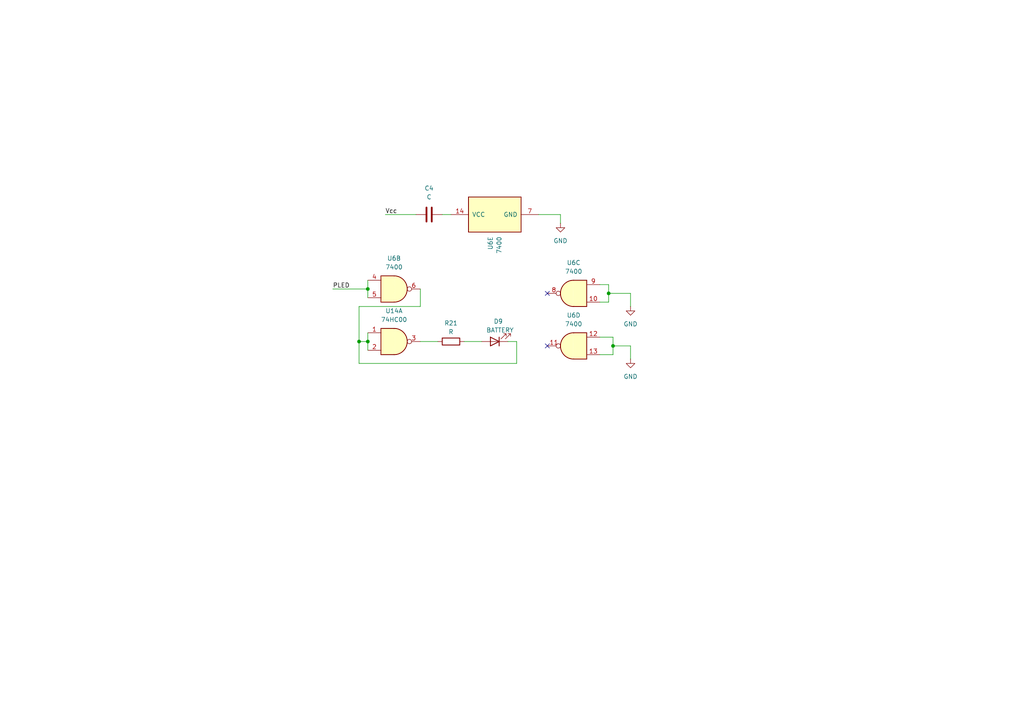
<source format=kicad_sch>
(kicad_sch (version 20250114) (generator "eeschema") (generator_version "9.0")
  (paper "A4")
  (lib_symbols
    (symbol "74xx:7400" (pin_names (offset 1.016))
      (property "Reference" "U" (at 0 1.27 0))
      (property "Value" "7400" (at 0 -1.27 0))
      (symbol "7400_1_1"
        (arc (start 0 3.81) (mid 3.7934 0) (end 0 -3.81) (stroke (width 0.254)) (fill (type background)))
        (polyline (pts (xy 0 3.81) (xy -3.81 3.81) (xy -3.81 -3.81) (xy 0 -3.81)) (stroke (width 0.254)) (fill (type background)))
        (pin input line (at -7.62 2.54 0) (length 3.81) (name "~") (number "1"))
        (pin input line (at -7.62 -2.54 0) (length 3.81) (name "~") (number "2"))
        (pin output inverted (at 7.62 0 180) (length 3.81) (name "~") (number "3"))
      )
      (symbol "7400_1_2"
        (arc (start -3.81 3.81) (mid -2.589 0) (end -3.81 -3.81) (stroke (width 0.254)))
        (polyline (pts (xy -3.81 3.81) (xy -0.635 3.81)) (stroke (width 0.254)) (fill (type background)))
        (polyline (pts (xy -3.81 -3.81) (xy -0.635 -3.81)) (stroke (width 0.254)) (fill (type background)))
        (arc (start 3.81 0) (mid 2.1855 -2.584) (end -0.6096 -3.81) (stroke (width 0.254)) (fill (type background)))
        (arc (start -0.6096 3.81) (mid 2.1928 2.5924) (end 3.81 0) (stroke (width 0.254)) (fill (type background)))
        (polyline (pts (xy -0.635 3.81) (xy -3.81 3.81) (xy -3.81 3.81) (xy -3.556 3.4036) (xy -3.0226 2.2606) (xy -2.6924 1.0414) (xy -2.6162 -0.254) (xy -2.7686 -1.4986) (xy -3.175 -2.7178) (xy -3.81 -3.81) (xy -3.81 -3.81) (xy -0.635 -3.81)) (stroke (width -25.4)) (fill (type background)))
        (pin input inverted (at -7.62 2.54 0) (length 4.318) (name "~") (number "1"))
        (pin input inverted (at -7.62 -2.54 0) (length 4.318) (name "~") (number "2"))
        (pin output line (at 7.62 0 180) (length 3.81) (name "~") (number "3"))
      )
      (symbol "7400_2_1"
        (arc (start 0 3.81) (mid 3.7934 0) (end 0 -3.81) (stroke (width 0.254)) (fill (type background)))
        (polyline (pts (xy 0 3.81) (xy -3.81 3.81) (xy -3.81 -3.81) (xy 0 -3.81)) (stroke (width 0.254)) (fill (type background)))
        (pin input line (at -7.62 2.54 0) (length 3.81) (name "~") (number "4"))
        (pin input line (at -7.62 -2.54 0) (length 3.81) (name "~") (number "5"))
        (pin output inverted (at 7.62 0 180) (length 3.81) (name "~") (number "6"))
      )
      (symbol "7400_2_2"
        (arc (start -3.81 3.81) (mid -2.589 0) (end -3.81 -3.81) (stroke (width 0.254)))
        (polyline (pts (xy -3.81 3.81) (xy -0.635 3.81)) (stroke (width 0.254)) (fill (type background)))
        (polyline (pts (xy -3.81 -3.81) (xy -0.635 -3.81)) (stroke (width 0.254)) (fill (type background)))
        (arc (start 3.81 0) (mid 2.1855 -2.584) (end -0.6096 -3.81) (stroke (width 0.254)) (fill (type background)))
        (arc (start -0.6096 3.81) (mid 2.1928 2.5924) (end 3.81 0) (stroke (width 0.254)) (fill (type background)))
        (polyline (pts (xy -0.635 3.81) (xy -3.81 3.81) (xy -3.81 3.81) (xy -3.556 3.4036) (xy -3.0226 2.2606) (xy -2.6924 1.0414) (xy -2.6162 -0.254) (xy -2.7686 -1.4986) (xy -3.175 -2.7178) (xy -3.81 -3.81) (xy -3.81 -3.81) (xy -0.635 -3.81)) (stroke (width -25.4)) (fill (type background)))
        (pin input inverted (at -7.62 2.54 0) (length 4.318) (name "~") (number "4"))
        (pin input inverted (at -7.62 -2.54 0) (length 4.318) (name "~") (number "5"))
        (pin output line (at 7.62 0 180) (length 3.81) (name "~") (number "6"))
      )
      (symbol "7400_3_1"
        (arc (start 0 3.81) (mid 3.7934 0) (end 0 -3.81) (stroke (width 0.254)) (fill (type background)))
        (polyline (pts (xy 0 3.81) (xy -3.81 3.81) (xy -3.81 -3.81) (xy 0 -3.81)) (stroke (width 0.254)) (fill (type background)))
        (pin input line (at -7.62 2.54 0) (length 3.81) (name "~") (number "9"))
        (pin input line (at -7.62 -2.54 0) (length 3.81) (name "~") (number "10"))
        (pin output inverted (at 7.62 0 180) (length 3.81) (name "~") (number "8"))
      )
      (symbol "7400_3_2"
        (arc (start -3.81 3.81) (mid -2.589 0) (end -3.81 -3.81) (stroke (width 0.254)))
        (polyline (pts (xy -3.81 3.81) (xy -0.635 3.81)) (stroke (width 0.254)) (fill (type background)))
        (polyline (pts (xy -3.81 -3.81) (xy -0.635 -3.81)) (stroke (width 0.254)) (fill (type background)))
        (arc (start 3.81 0) (mid 2.1855 -2.584) (end -0.6096 -3.81) (stroke (width 0.254)) (fill (type background)))
        (arc (start -0.6096 3.81) (mid 2.1928 2.5924) (end 3.81 0) (stroke (width 0.254)) (fill (type background)))
        (polyline (pts (xy -0.635 3.81) (xy -3.81 3.81) (xy -3.81 3.81) (xy -3.556 3.4036) (xy -3.0226 2.2606) (xy -2.6924 1.0414) (xy -2.6162 -0.254) (xy -2.7686 -1.4986) (xy -3.175 -2.7178) (xy -3.81 -3.81) (xy -3.81 -3.81) (xy -0.635 -3.81)) (stroke (width -25.4)) (fill (type background)))
        (pin input inverted (at -7.62 2.54 0) (length 4.318) (name "~") (number "9"))
        (pin input inverted (at -7.62 -2.54 0) (length 4.318) (name "~") (number "10"))
        (pin output line (at 7.62 0 180) (length 3.81) (name "~") (number "8"))
      )
      (symbol "7400_4_1"
        (arc (start 0 3.81) (mid 3.7934 0) (end 0 -3.81) (stroke (width 0.254)) (fill (type background)))
        (polyline (pts (xy 0 3.81) (xy -3.81 3.81) (xy -3.81 -3.81) (xy 0 -3.81)) (stroke (width 0.254)) (fill (type background)))
        (pin input line (at -7.62 2.54 0) (length 3.81) (name "~") (number "12"))
        (pin input line (at -7.62 -2.54 0) (length 3.81) (name "~") (number "13"))
        (pin output inverted (at 7.62 0 180) (length 3.81) (name "~") (number "11"))
      )
      (symbol "7400_4_2"
        (arc (start -3.81 3.81) (mid -2.589 0) (end -3.81 -3.81) (stroke (width 0.254)))
        (polyline (pts (xy -3.81 3.81) (xy -0.635 3.81)) (stroke (width 0.254)) (fill (type background)))
        (polyline (pts (xy -3.81 -3.81) (xy -0.635 -3.81)) (stroke (width 0.254)) (fill (type background)))
        (arc (start 3.81 0) (mid 2.1855 -2.584) (end -0.6096 -3.81) (stroke (width 0.254)) (fill (type background)))
        (arc (start -0.6096 3.81) (mid 2.1928 2.5924) (end 3.81 0) (stroke (width 0.254)) (fill (type background)))
        (polyline (pts (xy -0.635 3.81) (xy -3.81 3.81) (xy -3.81 3.81) (xy -3.556 3.4036) (xy -3.0226 2.2606) (xy -2.6924 1.0414) (xy -2.6162 -0.254) (xy -2.7686 -1.4986) (xy -3.175 -2.7178) (xy -3.81 -3.81) (xy -3.81 -3.81) (xy -0.635 -3.81)) (stroke (width -25.4)) (fill (type background)))
        (pin input inverted (at -7.62 2.54 0) (length 4.318) (name "~") (number "12"))
        (pin input inverted (at -7.62 -2.54 0) (length 4.318) (name "~") (number "13"))
        (pin output line (at 7.62 0 180) (length 3.81) (name "~") (number "11"))
      )
      (symbol "7400_5_0"
        (pin power_in line (at 0 12.7 270) (length 5.08) (name "VCC") (number "14"))
        (pin power_in line (at 0 -12.7 90) (length 5.08) (name "GND") (number "7"))
      )
      (symbol "7400_5_1"
        (rectangle (start -5.08 7.62) (end 5.08 -7.62) (stroke (width 0.254)) (fill (type background)))
      )
    )
    (symbol "74xx:74HC00" (pin_names (offset 1.016))
      (property "Reference" "U" (at 0 1.27 0))
      (property "Value" "74HC00" (at 0 -1.27 0))
      (symbol "74HC00_1_1"
        (arc (start 0 3.81) (mid 3.7934 0) (end 0 -3.81) (stroke (width 0.254)) (fill (type background)))
        (polyline (pts (xy 0 3.81) (xy -3.81 3.81) (xy -3.81 -3.81) (xy 0 -3.81)) (stroke (width 0.254)) (fill (type background)))
        (pin input line (at -7.62 2.54 0) (length 3.81) (name "~") (number "1"))
        (pin input line (at -7.62 -2.54 0) (length 3.81) (name "~") (number "2"))
        (pin output inverted (at 7.62 0 180) (length 3.81) (name "~") (number "3"))
      )
      (symbol "74HC00_1_2"
        (arc (start -3.81 3.81) (mid -2.589 0) (end -3.81 -3.81) (stroke (width 0.254)))
        (polyline (pts (xy -3.81 3.81) (xy -0.635 3.81)) (stroke (width 0.254)) (fill (type background)))
        (polyline (pts (xy -3.81 -3.81) (xy -0.635 -3.81)) (stroke (width 0.254)) (fill (type background)))
        (arc (start 3.81 0) (mid 2.1855 -2.584) (end -0.6096 -3.81) (stroke (width 0.254)) (fill (type background)))
        (arc (start -0.6096 3.81) (mid 2.1928 2.5924) (end 3.81 0) (stroke (width 0.254)) (fill (type background)))
        (polyline (pts (xy -0.635 3.81) (xy -3.81 3.81) (xy -3.81 3.81) (xy -3.556 3.4036) (xy -3.0226 2.2606) (xy -2.6924 1.0414) (xy -2.6162 -0.254) (xy -2.7686 -1.4986) (xy -3.175 -2.7178) (xy -3.81 -3.81) (xy -3.81 -3.81) (xy -0.635 -3.81)) (stroke (width -25.4)) (fill (type background)))
        (pin input inverted (at -7.62 2.54 0) (length 4.318) (name "~") (number "1"))
        (pin input inverted (at -7.62 -2.54 0) (length 4.318) (name "~") (number "2"))
        (pin output line (at 7.62 0 180) (length 3.81) (name "~") (number "3"))
      )
      (symbol "74HC00_2_1"
        (arc (start 0 3.81) (mid 3.7934 0) (end 0 -3.81) (stroke (width 0.254)) (fill (type background)))
        (polyline (pts (xy 0 3.81) (xy -3.81 3.81) (xy -3.81 -3.81) (xy 0 -3.81)) (stroke (width 0.254)) (fill (type background)))
        (pin input line (at -7.62 2.54 0) (length 3.81) (name "~") (number "4"))
        (pin input line (at -7.62 -2.54 0) (length 3.81) (name "~") (number "5"))
        (pin output inverted (at 7.62 0 180) (length 3.81) (name "~") (number "6"))
      )
      (symbol "74HC00_2_2"
        (arc (start -3.81 3.81) (mid -2.589 0) (end -3.81 -3.81) (stroke (width 0.254)))
        (polyline (pts (xy -3.81 3.81) (xy -0.635 3.81)) (stroke (width 0.254)) (fill (type background)))
        (polyline (pts (xy -3.81 -3.81) (xy -0.635 -3.81)) (stroke (width 0.254)) (fill (type background)))
        (arc (start 3.81 0) (mid 2.1855 -2.584) (end -0.6096 -3.81) (stroke (width 0.254)) (fill (type background)))
        (arc (start -0.6096 3.81) (mid 2.1928 2.5924) (end 3.81 0) (stroke (width 0.254)) (fill (type background)))
        (polyline (pts (xy -0.635 3.81) (xy -3.81 3.81) (xy -3.81 3.81) (xy -3.556 3.4036) (xy -3.0226 2.2606) (xy -2.6924 1.0414) (xy -2.6162 -0.254) (xy -2.7686 -1.4986) (xy -3.175 -2.7178) (xy -3.81 -3.81) (xy -3.81 -3.81) (xy -0.635 -3.81)) (stroke (width -25.4)) (fill (type background)))
        (pin input inverted (at -7.62 2.54 0) (length 4.318) (name "~") (number "4"))
        (pin input inverted (at -7.62 -2.54 0) (length 4.318) (name "~") (number "5"))
        (pin output line (at 7.62 0 180) (length 3.81) (name "~") (number "6"))
      )
      (symbol "74HC00_3_1"
        (arc (start 0 3.81) (mid 3.7934 0) (end 0 -3.81) (stroke (width 0.254)) (fill (type background)))
        (polyline (pts (xy 0 3.81) (xy -3.81 3.81) (xy -3.81 -3.81) (xy 0 -3.81)) (stroke (width 0.254)) (fill (type background)))
        (pin input line (at -7.62 2.54 0) (length 3.81) (name "~") (number "9"))
        (pin input line (at -7.62 -2.54 0) (length 3.81) (name "~") (number "10"))
        (pin output inverted (at 7.62 0 180) (length 3.81) (name "~") (number "8"))
      )
      (symbol "74HC00_3_2"
        (arc (start -3.81 3.81) (mid -2.589 0) (end -3.81 -3.81) (stroke (width 0.254)))
        (polyline (pts (xy -3.81 3.81) (xy -0.635 3.81)) (stroke (width 0.254)) (fill (type background)))
        (polyline (pts (xy -3.81 -3.81) (xy -0.635 -3.81)) (stroke (width 0.254)) (fill (type background)))
        (arc (start 3.81 0) (mid 2.1855 -2.584) (end -0.6096 -3.81) (stroke (width 0.254)) (fill (type background)))
        (arc (start -0.6096 3.81) (mid 2.1928 2.5924) (end 3.81 0) (stroke (width 0.254)) (fill (type background)))
        (polyline (pts (xy -0.635 3.81) (xy -3.81 3.81) (xy -3.81 3.81) (xy -3.556 3.4036) (xy -3.0226 2.2606) (xy -2.6924 1.0414) (xy -2.6162 -0.254) (xy -2.7686 -1.4986) (xy -3.175 -2.7178) (xy -3.81 -3.81) (xy -3.81 -3.81) (xy -0.635 -3.81)) (stroke (width -25.4)) (fill (type background)))
        (pin input inverted (at -7.62 2.54 0) (length 4.318) (name "~") (number "9"))
        (pin input inverted (at -7.62 -2.54 0) (length 4.318) (name "~") (number "10"))
        (pin output line (at 7.62 0 180) (length 3.81) (name "~") (number "8"))
      )
      (symbol "74HC00_4_1"
        (arc (start 0 3.81) (mid 3.7934 0) (end 0 -3.81) (stroke (width 0.254)) (fill (type background)))
        (polyline (pts (xy 0 3.81) (xy -3.81 3.81) (xy -3.81 -3.81) (xy 0 -3.81)) (stroke (width 0.254)) (fill (type background)))
        (pin input line (at -7.62 2.54 0) (length 3.81) (name "~") (number "12"))
        (pin input line (at -7.62 -2.54 0) (length 3.81) (name "~") (number "13"))
        (pin output inverted (at 7.62 0 180) (length 3.81) (name "~") (number "11"))
      )
      (symbol "74HC00_4_2"
        (arc (start -3.81 3.81) (mid -2.589 0) (end -3.81 -3.81) (stroke (width 0.254)))
        (polyline (pts (xy -3.81 3.81) (xy -0.635 3.81)) (stroke (width 0.254)) (fill (type background)))
        (polyline (pts (xy -3.81 -3.81) (xy -0.635 -3.81)) (stroke (width 0.254)) (fill (type background)))
        (arc (start 3.81 0) (mid 2.1855 -2.584) (end -0.6096 -3.81) (stroke (width 0.254)) (fill (type background)))
        (arc (start -0.6096 3.81) (mid 2.1928 2.5924) (end 3.81 0) (stroke (width 0.254)) (fill (type background)))
        (polyline (pts (xy -0.635 3.81) (xy -3.81 3.81) (xy -3.81 3.81) (xy -3.556 3.4036) (xy -3.0226 2.2606) (xy -2.6924 1.0414) (xy -2.6162 -0.254) (xy -2.7686 -1.4986) (xy -3.175 -2.7178) (xy -3.81 -3.81) (xy -3.81 -3.81) (xy -0.635 -3.81)) (stroke (width -25.4)) (fill (type background)))
        (pin input inverted (at -7.62 2.54 0) (length 4.318) (name "~") (number "12"))
        (pin input inverted (at -7.62 -2.54 0) (length 4.318) (name "~") (number "13"))
        (pin output line (at 7.62 0 180) (length 3.81) (name "~") (number "11"))
      )
      (symbol "74HC00_5_0"
        (pin power_in line (at 0 12.7 270) (length 5.08) (name "VCC") (number "14"))
        (pin power_in line (at 0 -12.7 90) (length 5.08) (name "GND") (number "7"))
      )
      (symbol "74HC00_5_1"
        (rectangle (start -5.08 7.62) (end 5.08 -7.62) (stroke (width 0.254)) (fill (type background)))
      )
    )
    (symbol "Device:C" (pin_numbers (hide yes)) (pin_names (offset 0.254))
      (property "Reference" "C" (at 0.635 2.54 0))
      (property "Value" "C" (at 0.635 -2.54 0))
      (symbol "C_0_1"
        (polyline (pts (xy -2.032 0.762) (xy 2.032 0.762)) (stroke (width 0.508)))
        (polyline (pts (xy -2.032 -0.762) (xy 2.032 -0.762)) (stroke (width 0.508)))
      )
      (symbol "C_1_1"
        (pin passive line (at 0 3.81 270) (length 2.794) (name "~") (number "1"))
        (pin passive line (at 0 -3.81 90) (length 2.794) (name "~") (number "2"))
      )
    )
    (symbol "Device:LED" (pin_numbers (hide yes)) (pin_names (offset 1.016) (hide yes))
      (property "Reference" "D" (at 0 2.54 0))
      (property "Value" "LED" (at 0 -2.54 0))
      (symbol "LED_0_1"
        (polyline (pts (xy -3.048 -0.762) (xy -4.572 -2.286) (xy -3.81 -2.286) (xy -4.572 -2.286) (xy -4.572 -1.524)))
        (polyline (pts (xy -1.778 -0.762) (xy -3.302 -2.286) (xy -2.54 -2.286) (xy -3.302 -2.286) (xy -3.302 -1.524)))
        (polyline (pts (xy -1.27 0) (xy 1.27 0)))
        (polyline (pts (xy -1.27 -1.27) (xy -1.27 1.27)) (stroke (width 0.254)))
        (polyline (pts (xy 1.27 -1.27) (xy 1.27 1.27) (xy -1.27 0) (xy 1.27 -1.27)) (stroke (width 0.254)))
      )
      (symbol "LED_1_1"
        (pin passive line (at -3.81 0 0) (length 2.54) (name "K") (number "1"))
        (pin passive line (at 3.81 0 180) (length 2.54) (name "A") (number "2"))
      )
    )
    (symbol "Device:R" (pin_numbers (hide yes)) (pin_names (offset 0))
      (property "Reference" "R" (at 2.032 0 90))
      (property "Value" "R" (at 0 0 90))
      (symbol "R_0_1"
        (rectangle (start -1.016 -2.54) (end 1.016 2.54) (stroke (width 0.254)))
      )
      (symbol "R_1_1"
        (pin passive line (at 0 3.81 270) (length 1.27) (name "~") (number "1"))
        (pin passive line (at 0 -3.81 90) (length 1.27) (name "~") (number "2"))
      )
    )
    (symbol "power:GND" (power) (pin_numbers (hide yes)) (pin_names (offset 0) (hide yes))
      (property "Value" "GND" (at 0 -3.81 0))
      (symbol "GND_0_1"
        (polyline (pts (xy 0 0) (xy 0 -1.27) (xy 1.27 -1.27) (xy 0 -2.54) (xy -1.27 -1.27) (xy 0 -1.27)))
      )
      (symbol "GND_1_1"
        (pin power_in line (at 0 0 270) (length 0) (name "~") (number "1"))
      )
    )
  )
  (junction (at 176.53 85.09))
  (junction (at 177.8 100.33))
  (junction (at 106.68 99.06))
  (junction (at 104.14 99.06))
  (junction (at 106.68 83.82))
  (no_connect (at 158.75 85.09))
  (no_connect (at 158.75 100.33))
  (wire (pts (xy 173.99 87.63) (xy 176.53 87.63)))
  (wire (pts (xy 176.53 82.55) (xy 176.53 85.09)))
  (wire (pts (xy 162.56 62.23) (xy 162.56 64.77)))
  (wire (pts (xy 134.62 99.06) (xy 139.7 99.06)))
  (wire (pts (xy 177.8 97.79) (xy 177.8 100.33)))
  (wire (pts (xy 106.68 81.28) (xy 106.68 83.82)))
  (wire (pts (xy 104.14 99.06) (xy 106.68 99.06)))
  (wire (pts (xy 177.8 100.33) (xy 182.88 100.33)))
  (wire (pts (xy 173.99 97.79) (xy 177.8 97.79)))
  (wire (pts (xy 106.68 96.52) (xy 106.68 99.06)))
  (wire (pts (xy 121.92 83.82) (xy 121.92 88.9)))
  (wire (pts (xy 182.88 100.33) (xy 182.88 104.14)))
  (wire (pts (xy 177.8 100.33) (xy 177.8 102.87)))
  (wire (pts (xy 104.14 88.9) (xy 104.14 99.06)))
  (wire (pts (xy 176.53 85.09) (xy 176.53 87.63)))
  (wire (pts (xy 106.68 99.06) (xy 106.68 101.6)))
  (wire (pts (xy 104.14 105.41) (xy 104.14 99.06)))
  (wire (pts (xy 177.8 102.87) (xy 173.99 102.87)))
  (wire (pts (xy 149.86 99.06) (xy 149.86 105.41)))
  (wire (pts (xy 121.92 99.06) (xy 127 99.06)))
  (wire (pts (xy 156.21 62.23) (xy 162.56 62.23)))
  (wire (pts (xy 149.86 105.41) (xy 104.14 105.41)))
  (wire (pts (xy 147.32 99.06) (xy 149.86 99.06)))
  (wire (pts (xy 176.53 82.55) (xy 173.99 82.55)))
  (wire (pts (xy 121.92 88.9) (xy 104.14 88.9)))
  (wire (pts (xy 176.53 85.09) (xy 182.88 85.09)))
  (wire (pts (xy 111.76 62.23) (xy 120.65 62.23)))
  (wire (pts (xy 128.27 62.23) (xy 130.81 62.23)))
  (wire (pts (xy 106.68 83.82) (xy 106.68 86.36)))
  (wire (pts (xy 96.52 83.82) (xy 106.68 83.82)))
  (wire (pts (xy 182.88 85.09) (xy 182.88 88.9)))
  (label "Vcc" (at 111.76 62.23 0))
  (label "PLED" (at 96.52 83.82 0))
  (symbol (lib_id "Device:LED") (at 143.51 99.06 180) (unit 1)
    (property "Reference" "D9" (at 144.526 93.218 0))
    (property "Value" "BATTERY" (at 145.034 95.758 0))
    (property "Description" "Light emitting diode" (effects (hide yes)))
    (property "Sim.Pins" "1=K 2=A" (effects (hide yes)))
  )
  (symbol (lib_id "power:GND") (at 182.88 104.14 0) (unit 1)
    (property "Reference" "#PWR092" (effects (hide yes)))
    (property "Value" "GND" (at 182.88 109.22 0))
    (property "Description" "Power symbol creates a global label with name \"GND\" , ground" (effects (hide yes)))
  )
  (symbol (lib_id "Device:R") (at 130.81 99.06 90) (unit 1)
    (property "Reference" "R21" (at 130.81 93.726 90))
    (property "Value" "R" (at 130.81 96.266 90))
    (property "Description" "Resistor" (effects (hide yes)))
  )
  (symbol (lib_id "Device:C") (at 124.46 62.23 90) (unit 1)
    (property "Reference" "C4" (at 124.46 54.61 90))
    (property "Value" "C" (at 124.46 57.15 90))
    (property "Description" "Unpolarized capacitor" (effects (hide yes)))
  )
  (symbol (lib_id "74xx:74HC00") (at 114.3 99.06 0) (unit 1)
    (property "Reference" "U14" (at 114.2917 90.17 0))
    (property "Value" "74HC00" (at 114.2917 92.71 0))
    (property "Datasheet" "http://www.ti.com/lit/gpn/sn74hc00" (effects (hide yes)))
    (property "Description" "quad 2-input NAND gate" (effects (hide yes)))
  )
  (symbol (lib_id "74xx:7400") (at 114.3 83.82 0) (unit 2)
    (property "Reference" "U6" (at 114.2917 74.93 0))
    (property "Value" "7400" (at 114.2917 77.47 0))
    (property "Datasheet" "http://www.ti.com/lit/gpn/sn7400" (effects (hide yes)))
    (property "Description" "quad 2-input NAND gate" (effects (hide yes)))
  )
  (symbol (lib_id "74xx:7400") (at 166.37 100.33 0) (mirror y) (unit 4)
    (property "Reference" "U6" (at 166.3783 91.44 0))
    (property "Value" "7400" (at 166.3783 93.98 0))
    (property "Datasheet" "http://www.ti.com/lit/gpn/sn7400" (effects (hide yes)))
    (property "Description" "quad 2-input NAND gate" (effects (hide yes)))
  )
  (symbol (lib_id "74xx:7400") (at 166.37 85.09 0) (mirror y) (unit 3)
    (property "Reference" "U6" (at 166.3783 76.2 0))
    (property "Value" "7400" (at 166.3783 78.74 0))
    (property "Datasheet" "http://www.ti.com/lit/gpn/sn7400" (effects (hide yes)))
    (property "Description" "quad 2-input NAND gate" (effects (hide yes)))
  )
  (symbol (lib_id "power:GND") (at 162.56 64.77 0) (unit 1)
    (property "Reference" "#PWR090" (effects (hide yes)))
    (property "Value" "GND" (at 162.56 69.85 0))
    (property "Description" "Power symbol creates a global label with name \"GND\" , ground" (effects (hide yes)))
  )
  (symbol (lib_id "power:GND") (at 182.88 88.9 0) (unit 1)
    (property "Reference" "#PWR091" (effects (hide yes)))
    (property "Value" "GND" (at 182.88 93.98 0))
    (property "Description" "Power symbol creates a global label with name \"GND\" , ground" (effects (hide yes)))
  )
  (symbol (lib_id "74xx:7400") (at 143.51 62.23 90) (mirror x) (unit 5)
    (property "Reference" "U6" (at 142.2399 68.58 0) (effects (justify left)))
    (property "Value" "7400" (at 144.7799 68.58 0) (effects (justify left)))
    (property "Datasheet" "http://www.ti.com/lit/gpn/sn7400" (effects (hide yes)))
    (property "Description" "quad 2-input NAND gate" (effects (hide yes)))
  )
)
</source>
